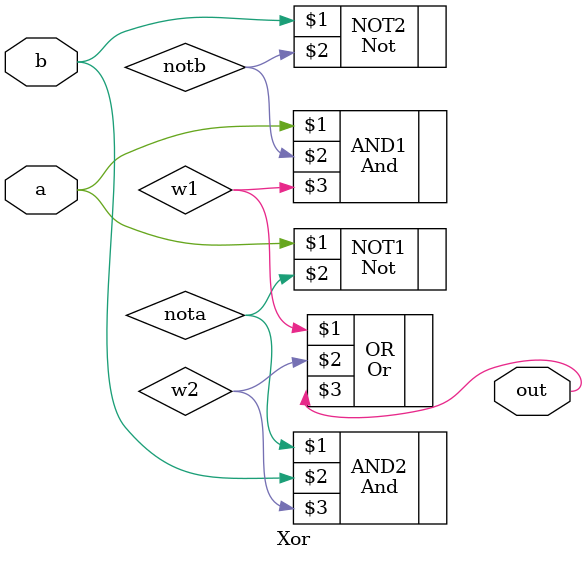
<source format=v>
/**
 * Exclusive-or gate:
 * out = not (a == b)
 */

`default_nettype none
module Xor(
    input a,
    input b,
    output out
);

    // Put your code here:
    wire nota;
    wire notb;
    Not NOT1(a, nota);
    Not NOT2(b, notb);

    wire w1;
    wire w2;
    And AND1(a, notb, w1);
    And AND2(nota, b, w2);

    Or OR(w1, w2, out);
endmodule

</source>
